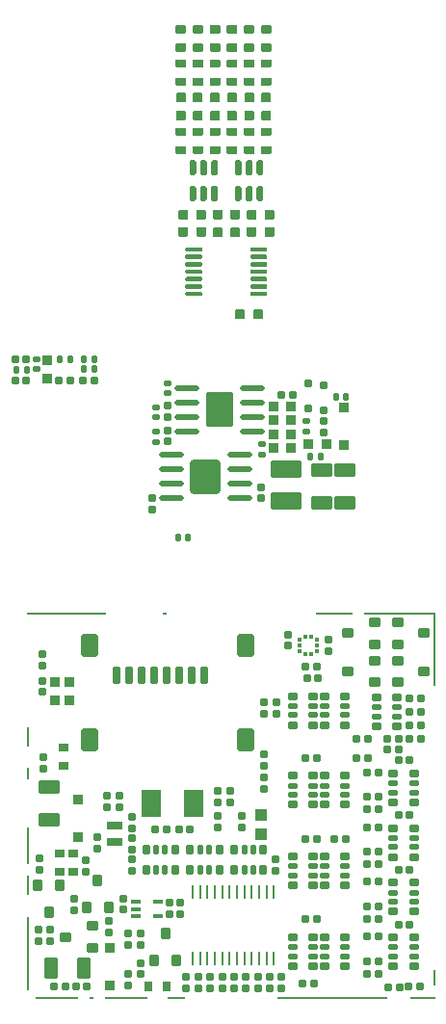
<source format=gbp>
G75*
G70*
%OFA0B0*%
%FSLAX25Y25*%
%IPPOS*%
%LPD*%
%AMOC8*
5,1,8,0,0,1.08239X$1,22.5*
%
%AMM100*
21,1,0.033470,0.026770,-0.000000,0.000000,90.000000*
21,1,0.026770,0.033470,-0.000000,0.000000,90.000000*
1,1,0.006690,0.013390,0.013390*
1,1,0.006690,0.013390,-0.013390*
1,1,0.006690,-0.013390,-0.013390*
1,1,0.006690,-0.013390,0.013390*
%
%AMM139*
21,1,0.019680,0.019680,-0.000000,-0.000000,180.000000*
21,1,0.015750,0.023620,-0.000000,-0.000000,180.000000*
1,1,0.003940,-0.007870,0.009840*
1,1,0.003940,0.007870,0.009840*
1,1,0.003940,0.007870,-0.009840*
1,1,0.003940,-0.007870,-0.009840*
%
%AMM140*
21,1,0.019680,0.019680,-0.000000,-0.000000,90.000000*
21,1,0.015750,0.023620,-0.000000,-0.000000,90.000000*
1,1,0.003940,0.009840,0.007870*
1,1,0.003940,0.009840,-0.007870*
1,1,0.003940,-0.009840,-0.007870*
1,1,0.003940,-0.009840,0.007870*
%
%AMM155*
21,1,0.033470,0.026770,-0.000000,-0.000000,90.000000*
21,1,0.026770,0.033470,-0.000000,-0.000000,90.000000*
1,1,0.006690,0.013390,0.013390*
1,1,0.006690,0.013390,-0.013390*
1,1,0.006690,-0.013390,-0.013390*
1,1,0.006690,-0.013390,0.013390*
%
%AMM156*
21,1,0.023620,0.018900,-0.000000,-0.000000,0.000000*
21,1,0.018900,0.023620,-0.000000,-0.000000,0.000000*
1,1,0.004720,0.009450,-0.009450*
1,1,0.004720,-0.009450,-0.009450*
1,1,0.004720,-0.009450,0.009450*
1,1,0.004720,0.009450,0.009450*
%
%AMM170*
21,1,0.035830,0.026770,0.000000,-0.000000,270.000000*
21,1,0.029130,0.033470,0.000000,-0.000000,270.000000*
1,1,0.006690,-0.013390,-0.014570*
1,1,0.006690,-0.013390,0.014570*
1,1,0.006690,0.013390,0.014570*
1,1,0.006690,0.013390,-0.014570*
%
%AMM171*
21,1,0.070870,0.036220,0.000000,-0.000000,0.000000*
21,1,0.061810,0.045280,0.000000,-0.000000,0.000000*
1,1,0.009060,0.030910,-0.018110*
1,1,0.009060,-0.030910,-0.018110*
1,1,0.009060,-0.030910,0.018110*
1,1,0.009060,0.030910,0.018110*
%
%AMM174*
21,1,0.023620,0.018900,0.000000,-0.000000,0.000000*
21,1,0.018900,0.023620,0.000000,-0.000000,0.000000*
1,1,0.004720,0.009450,-0.009450*
1,1,0.004720,-0.009450,-0.009450*
1,1,0.004720,-0.009450,0.009450*
1,1,0.004720,0.009450,0.009450*
%
%AMM175*
21,1,0.019680,0.019680,0.000000,-0.000000,270.000000*
21,1,0.015750,0.023620,0.000000,-0.000000,270.000000*
1,1,0.003940,-0.009840,-0.007870*
1,1,0.003940,-0.009840,0.007870*
1,1,0.003940,0.009840,0.007870*
1,1,0.003940,0.009840,-0.007870*
%
%AMM176*
21,1,0.019680,0.019680,0.000000,-0.000000,180.000000*
21,1,0.015750,0.023620,0.000000,-0.000000,180.000000*
1,1,0.003940,-0.007870,0.009840*
1,1,0.003940,0.007870,0.009840*
1,1,0.003940,0.007870,-0.009840*
1,1,0.003940,-0.007870,-0.009840*
%
%AMM190*
21,1,0.106300,0.050390,0.000000,-0.000000,0.000000*
21,1,0.093700,0.062990,0.000000,-0.000000,0.000000*
1,1,0.012600,0.046850,-0.025200*
1,1,0.012600,-0.046850,-0.025200*
1,1,0.012600,-0.046850,0.025200*
1,1,0.012600,0.046850,0.025200*
%
%AMM191*
21,1,0.033470,0.026770,0.000000,-0.000000,180.000000*
21,1,0.026770,0.033470,0.000000,-0.000000,180.000000*
1,1,0.006690,-0.013390,0.013390*
1,1,0.006690,0.013390,0.013390*
1,1,0.006690,0.013390,-0.013390*
1,1,0.006690,-0.013390,-0.013390*
%
%AMM192*
21,1,0.023620,0.018900,0.000000,-0.000000,90.000000*
21,1,0.018900,0.023620,0.000000,-0.000000,90.000000*
1,1,0.004720,0.009450,0.009450*
1,1,0.004720,0.009450,-0.009450*
1,1,0.004720,-0.009450,-0.009450*
1,1,0.004720,-0.009450,0.009450*
%
%AMM193*
21,1,0.122050,0.075590,0.000000,-0.000000,90.000000*
21,1,0.103150,0.094490,0.000000,-0.000000,90.000000*
1,1,0.018900,0.037800,0.051580*
1,1,0.018900,0.037800,-0.051580*
1,1,0.018900,-0.037800,-0.051580*
1,1,0.018900,-0.037800,0.051580*
%
%AMM194*
21,1,0.118110,0.083460,0.000000,-0.000000,270.000000*
21,1,0.097240,0.104330,0.000000,-0.000000,270.000000*
1,1,0.020870,-0.041730,-0.048620*
1,1,0.020870,-0.041730,0.048620*
1,1,0.020870,0.041730,0.048620*
1,1,0.020870,0.041730,-0.048620*
%
%AMM202*
21,1,0.027560,0.018900,-0.000000,0.000000,180.000000*
21,1,0.022840,0.023620,-0.000000,0.000000,180.000000*
1,1,0.004720,-0.011420,0.009450*
1,1,0.004720,0.011420,0.009450*
1,1,0.004720,0.011420,-0.009450*
1,1,0.004720,-0.011420,-0.009450*
%
%AMM203*
21,1,0.025590,0.026380,-0.000000,0.000000,0.000000*
21,1,0.020470,0.031500,-0.000000,0.000000,0.000000*
1,1,0.005120,0.010240,-0.013190*
1,1,0.005120,-0.010240,-0.013190*
1,1,0.005120,-0.010240,0.013190*
1,1,0.005120,0.010240,0.013190*
%
%AMM204*
21,1,0.017720,0.027950,-0.000000,0.000000,0.000000*
21,1,0.014170,0.031500,-0.000000,0.000000,0.000000*
1,1,0.003540,0.007090,-0.013980*
1,1,0.003540,-0.007090,-0.013980*
1,1,0.003540,-0.007090,0.013980*
1,1,0.003540,0.007090,0.013980*
%
%AMM205*
21,1,0.027560,0.030710,-0.000000,0.000000,90.000000*
21,1,0.022050,0.036220,-0.000000,0.000000,90.000000*
1,1,0.005510,0.015350,0.011020*
1,1,0.005510,0.015350,-0.011020*
1,1,0.005510,-0.015350,-0.011020*
1,1,0.005510,-0.015350,0.011020*
%
%AMM206*
21,1,0.027560,0.018900,-0.000000,0.000000,270.000000*
21,1,0.022840,0.023620,-0.000000,0.000000,270.000000*
1,1,0.004720,-0.009450,-0.011420*
1,1,0.004720,-0.009450,0.011420*
1,1,0.004720,0.009450,0.011420*
1,1,0.004720,0.009450,-0.011420*
%
%AMM211*
21,1,0.035430,0.030320,-0.000000,0.000000,0.000000*
21,1,0.028350,0.037400,-0.000000,0.000000,0.000000*
1,1,0.007090,0.014170,-0.015160*
1,1,0.007090,-0.014170,-0.015160*
1,1,0.007090,-0.014170,0.015160*
1,1,0.007090,0.014170,0.015160*
%
%AMM232*
21,1,0.027560,0.049610,-0.000000,0.000000,90.000000*
21,1,0.022050,0.055120,-0.000000,0.000000,90.000000*
1,1,0.005510,0.024800,0.011020*
1,1,0.005510,0.024800,-0.011020*
1,1,0.005510,-0.024800,-0.011020*
1,1,0.005510,-0.024800,0.011020*
%
%AMM233*
21,1,0.070870,0.036220,-0.000000,0.000000,90.000000*
21,1,0.061810,0.045280,-0.000000,0.000000,90.000000*
1,1,0.009060,0.018110,0.030910*
1,1,0.009060,0.018110,-0.030910*
1,1,0.009060,-0.018110,-0.030910*
1,1,0.009060,-0.018110,0.030910*
%
%AMM234*
21,1,0.059060,0.020470,-0.000000,0.000000,270.000000*
21,1,0.053940,0.025590,-0.000000,0.000000,270.000000*
1,1,0.005120,-0.010240,-0.026970*
1,1,0.005120,-0.010240,0.026970*
1,1,0.005120,0.010240,0.026970*
1,1,0.005120,0.010240,-0.026970*
%
%AMM235*
21,1,0.078740,0.045670,-0.000000,0.000000,270.000000*
21,1,0.067320,0.057090,-0.000000,0.000000,270.000000*
1,1,0.011420,-0.022840,-0.033660*
1,1,0.011420,-0.022840,0.033660*
1,1,0.011420,0.022840,0.033660*
1,1,0.011420,0.022840,-0.033660*
%
%AMM236*
21,1,0.025590,0.026380,-0.000000,0.000000,270.000000*
21,1,0.020470,0.031500,-0.000000,0.000000,270.000000*
1,1,0.005120,-0.013190,-0.010240*
1,1,0.005120,-0.013190,0.010240*
1,1,0.005120,0.013190,0.010240*
1,1,0.005120,0.013190,-0.010240*
%
%AMM237*
21,1,0.017720,0.027950,-0.000000,0.000000,270.000000*
21,1,0.014170,0.031500,-0.000000,0.000000,270.000000*
1,1,0.003540,-0.013980,-0.007090*
1,1,0.003540,-0.013980,0.007090*
1,1,0.003540,0.013980,0.007090*
1,1,0.003540,0.013980,-0.007090*
%
%AMM238*
21,1,0.027560,0.030710,-0.000000,0.000000,180.000000*
21,1,0.022050,0.036220,-0.000000,0.000000,180.000000*
1,1,0.005510,-0.011020,0.015350*
1,1,0.005510,0.011020,0.015350*
1,1,0.005510,0.011020,-0.015350*
1,1,0.005510,-0.011020,-0.015350*
%
%AMM239*
21,1,0.035430,0.030320,-0.000000,0.000000,90.000000*
21,1,0.028350,0.037400,-0.000000,0.000000,90.000000*
1,1,0.007090,0.015160,0.014170*
1,1,0.007090,0.015160,-0.014170*
1,1,0.007090,-0.015160,-0.014170*
1,1,0.007090,-0.015160,0.014170*
%
%AMM240*
21,1,0.012600,0.028980,-0.000000,0.000000,270.000000*
21,1,0.010080,0.031500,-0.000000,0.000000,270.000000*
1,1,0.002520,-0.014490,-0.005040*
1,1,0.002520,-0.014490,0.005040*
1,1,0.002520,0.014490,0.005040*
1,1,0.002520,0.014490,-0.005040*
%
%AMM98*
21,1,0.035830,0.026770,-0.000000,0.000000,90.000000*
21,1,0.029130,0.033470,-0.000000,0.000000,90.000000*
1,1,0.006690,0.013390,0.014570*
1,1,0.006690,0.013390,-0.014570*
1,1,0.006690,-0.013390,-0.014570*
1,1,0.006690,-0.013390,0.014570*
%
%AMM99*
21,1,0.070870,0.036220,-0.000000,0.000000,180.000000*
21,1,0.061810,0.045280,-0.000000,0.000000,180.000000*
1,1,0.009060,-0.030910,0.018110*
1,1,0.009060,0.030910,0.018110*
1,1,0.009060,0.030910,-0.018110*
1,1,0.009060,-0.030910,-0.018110*
%
%ADD214R,0.01378X0.01476*%
%ADD215R,0.01476X0.01378*%
%ADD255M98*%
%ADD256M99*%
%ADD257M100*%
%ADD279O,0.08661X0.01968*%
%ADD29R,0.09055X0.00787*%
%ADD299M139*%
%ADD30R,0.14567X0.00787*%
%ADD300M140*%
%ADD31R,0.01575X0.00787*%
%ADD315M155*%
%ADD316M156*%
%ADD32R,0.06299X0.00787*%
%ADD33R,0.38189X0.00787*%
%ADD330M170*%
%ADD331M171*%
%ADD334M174*%
%ADD335M175*%
%ADD336M176*%
%ADD34R,0.00787X0.05512*%
%ADD35R,0.00787X0.25197*%
%ADD350M190*%
%ADD351M191*%
%ADD352M192*%
%ADD353M193*%
%ADD354M194*%
%ADD36R,0.00787X0.06693*%
%ADD365M202*%
%ADD366M203*%
%ADD367M204*%
%ADD368M205*%
%ADD369M206*%
%ADD37R,0.00787X0.12992*%
%ADD375M211*%
%ADD38R,0.00787X0.03937*%
%ADD39R,0.00787X0.07087*%
%ADD398R,0.06693X0.09449*%
%ADD399M232*%
%ADD40R,0.27559X0.00787*%
%ADD400M233*%
%ADD401M234*%
%ADD402M235*%
%ADD403M236*%
%ADD404M237*%
%ADD405M238*%
%ADD406O,0.00984X0.04961*%
%ADD407M239*%
%ADD408M240*%
%ADD409R,0.04331X0.03937*%
%ADD41R,0.12992X0.00787*%
%ADD42R,0.24803X0.00787*%
X0000000Y0000000D02*
%LPD*%
G01*
D29*
X0239272Y0020177D03*
D30*
X0112500Y0020177D03*
D31*
X0124508Y0020177D03*
D30*
X0136516Y0020177D03*
D32*
X0154035Y0020177D03*
D33*
X0207776Y0020177D03*
D34*
X0243406Y0027264D03*
D35*
X0102461Y0035531D03*
D36*
X0102461Y0059350D03*
D37*
X0102461Y0073130D03*
D38*
X0102461Y0098130D03*
D39*
X0102461Y0110728D03*
D35*
X0243406Y0141043D03*
D40*
X0115846Y0153248D03*
D31*
X0150098Y0153248D03*
D41*
X0208563Y0153248D03*
D42*
X0231398Y0153248D03*
G36*
G01*
X0171693Y0345079D02*
X0174764Y0345079D01*
G75*
G02*
X0175039Y0344803I0000000J-000276D01*
G01*
X0175039Y0342598D01*
G75*
G02*
X0174764Y0342323I-000276J0000000D01*
G01*
X0171693Y0342323D01*
G75*
G02*
X0171417Y0342598I0000000J0000276D01*
G01*
X0171417Y0344803D01*
G75*
G02*
X0171693Y0345079I0000276J0000000D01*
G01*
G37*
G36*
G01*
X0171693Y0338780D02*
X0174764Y0338780D01*
G75*
G02*
X0175039Y0338504I0000000J-000276D01*
G01*
X0175039Y0336299D01*
G75*
G02*
X0174764Y0336024I-000276J0000000D01*
G01*
X0171693Y0336024D01*
G75*
G02*
X0171417Y0336299I0000000J0000276D01*
G01*
X0171417Y0338504D01*
G75*
G02*
X0171693Y0338780I0000276J0000000D01*
G01*
G37*
G36*
G01*
X0154173Y0333524D02*
X0156850Y0333524D01*
G75*
G02*
X0157185Y0333189I0000000J-000335D01*
G01*
X0157185Y0330512D01*
G75*
G02*
X0156850Y0330177I-000335J0000000D01*
G01*
X0154173Y0330177D01*
G75*
G02*
X0153839Y0330512I0000000J0000335D01*
G01*
X0153839Y0333189D01*
G75*
G02*
X0154173Y0333524I0000335J0000000D01*
G01*
G37*
G36*
G01*
X0154173Y0327303D02*
X0156850Y0327303D01*
G75*
G02*
X0157185Y0326968I0000000J-000335D01*
G01*
X0157185Y0324291D01*
G75*
G02*
X0156850Y0323957I-000335J0000000D01*
G01*
X0154173Y0323957D01*
G75*
G02*
X0153839Y0324291I0000000J0000335D01*
G01*
X0153839Y0326968D01*
G75*
G02*
X0154173Y0327303I0000335J0000000D01*
G01*
G37*
G36*
G01*
X0165984Y0333524D02*
X0168661Y0333524D01*
G75*
G02*
X0168996Y0333189I0000000J-000335D01*
G01*
X0168996Y0330512D01*
G75*
G02*
X0168661Y0330177I-000335J0000000D01*
G01*
X0165984Y0330177D01*
G75*
G02*
X0165650Y0330512I0000000J0000335D01*
G01*
X0165650Y0333189D01*
G75*
G02*
X0165984Y0333524I0000335J0000000D01*
G01*
G37*
G36*
G01*
X0165984Y0327303D02*
X0168661Y0327303D01*
G75*
G02*
X0168996Y0326968I0000000J-000335D01*
G01*
X0168996Y0324291D01*
G75*
G02*
X0168661Y0323957I-000335J0000000D01*
G01*
X0165984Y0323957D01*
G75*
G02*
X0165650Y0324291I0000000J0000335D01*
G01*
X0165650Y0326968D01*
G75*
G02*
X0165984Y0327303I0000335J0000000D01*
G01*
G37*
G36*
G01*
X0174764Y0312402D02*
X0171693Y0312402D01*
G75*
G02*
X0171417Y0312677I0000000J0000276D01*
G01*
X0171417Y0314882D01*
G75*
G02*
X0171693Y0315157I0000276J0000000D01*
G01*
X0174764Y0315157D01*
G75*
G02*
X0175039Y0314882I0000000J-000276D01*
G01*
X0175039Y0312677D01*
G75*
G02*
X0174764Y0312402I-000276J0000000D01*
G01*
G37*
G36*
G01*
X0174764Y0318701D02*
X0171693Y0318701D01*
G75*
G02*
X0171417Y0318976I0000000J0000276D01*
G01*
X0171417Y0321181D01*
G75*
G02*
X0171693Y0321457I0000276J0000000D01*
G01*
X0174764Y0321457D01*
G75*
G02*
X0175039Y0321181I0000000J-000276D01*
G01*
X0175039Y0318976D01*
G75*
G02*
X0174764Y0318701I-000276J0000000D01*
G01*
G37*
G36*
G01*
X0160079Y0333524D02*
X0162756Y0333524D01*
G75*
G02*
X0163091Y0333189I0000000J-000335D01*
G01*
X0163091Y0330512D01*
G75*
G02*
X0162756Y0330177I-000335J0000000D01*
G01*
X0160079Y0330177D01*
G75*
G02*
X0159744Y0330512I0000000J0000335D01*
G01*
X0159744Y0333189D01*
G75*
G02*
X0160079Y0333524I0000335J0000000D01*
G01*
G37*
G36*
G01*
X0160079Y0327303D02*
X0162756Y0327303D01*
G75*
G02*
X0163091Y0326968I0000000J-000335D01*
G01*
X0163091Y0324291D01*
G75*
G02*
X0162756Y0323957I-000335J0000000D01*
G01*
X0160079Y0323957D01*
G75*
G02*
X0159744Y0324291I0000000J0000335D01*
G01*
X0159744Y0326968D01*
G75*
G02*
X0160079Y0327303I0000335J0000000D01*
G01*
G37*
G36*
G01*
X0177598Y0345079D02*
X0180669Y0345079D01*
G75*
G02*
X0180945Y0344803I0000000J-000276D01*
G01*
X0180945Y0342598D01*
G75*
G02*
X0180669Y0342323I-000276J0000000D01*
G01*
X0177598Y0342323D01*
G75*
G02*
X0177323Y0342598I0000000J0000276D01*
G01*
X0177323Y0344803D01*
G75*
G02*
X0177598Y0345079I0000276J0000000D01*
G01*
G37*
G36*
G01*
X0177598Y0338780D02*
X0180669Y0338780D01*
G75*
G02*
X0180945Y0338504I0000000J-000276D01*
G01*
X0180945Y0336299D01*
G75*
G02*
X0180669Y0336024I-000276J0000000D01*
G01*
X0177598Y0336024D01*
G75*
G02*
X0177323Y0336299I0000000J0000276D01*
G01*
X0177323Y0338504D01*
G75*
G02*
X0177598Y0338780I0000276J0000000D01*
G01*
G37*
G36*
G01*
X0157087Y0263583D02*
X0157087Y0264370D01*
G75*
G02*
X0157480Y0264764I0000394J0000000D01*
G01*
X0162500Y0264764D01*
G75*
G02*
X0162894Y0264370I0000000J-000394D01*
G01*
X0162894Y0263583D01*
G75*
G02*
X0162500Y0263189I-000394J0000000D01*
G01*
X0157480Y0263189D01*
G75*
G02*
X0157087Y0263583I0000000J0000394D01*
G01*
G37*
G36*
G01*
X0157087Y0266142D02*
X0157087Y0266929D01*
G75*
G02*
X0157480Y0267323I0000394J0000000D01*
G01*
X0162500Y0267323D01*
G75*
G02*
X0162894Y0266929I0000000J-000394D01*
G01*
X0162894Y0266142D01*
G75*
G02*
X0162500Y0265748I-000394J0000000D01*
G01*
X0157480Y0265748D01*
G75*
G02*
X0157087Y0266142I0000000J0000394D01*
G01*
G37*
G36*
G01*
X0157087Y0268701D02*
X0157087Y0269488D01*
G75*
G02*
X0157480Y0269882I0000394J0000000D01*
G01*
X0162500Y0269882D01*
G75*
G02*
X0162894Y0269488I0000000J-000394D01*
G01*
X0162894Y0268701D01*
G75*
G02*
X0162500Y0268307I-000394J0000000D01*
G01*
X0157480Y0268307D01*
G75*
G02*
X0157087Y0268701I0000000J0000394D01*
G01*
G37*
G36*
G01*
X0157087Y0271260D02*
X0157087Y0272047D01*
G75*
G02*
X0157480Y0272441I0000394J0000000D01*
G01*
X0162500Y0272441D01*
G75*
G02*
X0162894Y0272047I0000000J-000394D01*
G01*
X0162894Y0271260D01*
G75*
G02*
X0162500Y0270866I-000394J0000000D01*
G01*
X0157480Y0270866D01*
G75*
G02*
X0157087Y0271260I0000000J0000394D01*
G01*
G37*
G36*
G01*
X0157087Y0273819D02*
X0157087Y0274606D01*
G75*
G02*
X0157480Y0275000I0000394J0000000D01*
G01*
X0162500Y0275000D01*
G75*
G02*
X0162894Y0274606I0000000J-000394D01*
G01*
X0162894Y0273819D01*
G75*
G02*
X0162500Y0273425I-000394J0000000D01*
G01*
X0157480Y0273425D01*
G75*
G02*
X0157087Y0273819I0000000J0000394D01*
G01*
G37*
G36*
G01*
X0157087Y0276378D02*
X0157087Y0277165D01*
G75*
G02*
X0157480Y0277559I0000394J0000000D01*
G01*
X0162500Y0277559D01*
G75*
G02*
X0162894Y0277165I0000000J-000394D01*
G01*
X0162894Y0276378D01*
G75*
G02*
X0162500Y0275984I-000394J0000000D01*
G01*
X0157480Y0275984D01*
G75*
G02*
X0157087Y0276378I0000000J0000394D01*
G01*
G37*
G36*
G01*
X0157087Y0278937D02*
X0157087Y0279724D01*
G75*
G02*
X0157480Y0280118I0000394J0000000D01*
G01*
X0162500Y0280118D01*
G75*
G02*
X0162894Y0279724I0000000J-000394D01*
G01*
X0162894Y0278937D01*
G75*
G02*
X0162500Y0278543I-000394J0000000D01*
G01*
X0157480Y0278543D01*
G75*
G02*
X0157087Y0278937I0000000J0000394D01*
G01*
G37*
G36*
G01*
X0179626Y0278937D02*
X0179626Y0279724D01*
G75*
G02*
X0180020Y0280118I0000394J0000000D01*
G01*
X0185039Y0280118D01*
G75*
G02*
X0185433Y0279724I0000000J-000394D01*
G01*
X0185433Y0278937D01*
G75*
G02*
X0185039Y0278543I-000394J0000000D01*
G01*
X0180020Y0278543D01*
G75*
G02*
X0179626Y0278937I0000000J0000394D01*
G01*
G37*
G36*
G01*
X0179626Y0276378D02*
X0179626Y0277165D01*
G75*
G02*
X0180020Y0277559I0000394J0000000D01*
G01*
X0185039Y0277559D01*
G75*
G02*
X0185433Y0277165I0000000J-000394D01*
G01*
X0185433Y0276378D01*
G75*
G02*
X0185039Y0275984I-000394J0000000D01*
G01*
X0180020Y0275984D01*
G75*
G02*
X0179626Y0276378I0000000J0000394D01*
G01*
G37*
G36*
G01*
X0179626Y0273819D02*
X0179626Y0274606D01*
G75*
G02*
X0180020Y0275000I0000394J0000000D01*
G01*
X0185039Y0275000D01*
G75*
G02*
X0185433Y0274606I0000000J-000394D01*
G01*
X0185433Y0273819D01*
G75*
G02*
X0185039Y0273425I-000394J0000000D01*
G01*
X0180020Y0273425D01*
G75*
G02*
X0179626Y0273819I0000000J0000394D01*
G01*
G37*
G36*
G01*
X0179626Y0271260D02*
X0179626Y0272047D01*
G75*
G02*
X0180020Y0272441I0000394J0000000D01*
G01*
X0185039Y0272441D01*
G75*
G02*
X0185433Y0272047I0000000J-000394D01*
G01*
X0185433Y0271260D01*
G75*
G02*
X0185039Y0270866I-000394J0000000D01*
G01*
X0180020Y0270866D01*
G75*
G02*
X0179626Y0271260I0000000J0000394D01*
G01*
G37*
G36*
G01*
X0179626Y0268701D02*
X0179626Y0269488D01*
G75*
G02*
X0180020Y0269882I0000394J0000000D01*
G01*
X0185039Y0269882D01*
G75*
G02*
X0185433Y0269488I0000000J-000394D01*
G01*
X0185433Y0268701D01*
G75*
G02*
X0185039Y0268307I-000394J0000000D01*
G01*
X0180020Y0268307D01*
G75*
G02*
X0179626Y0268701I0000000J0000394D01*
G01*
G37*
G36*
G01*
X0179626Y0266142D02*
X0179626Y0266929D01*
G75*
G02*
X0180020Y0267323I0000394J0000000D01*
G01*
X0185039Y0267323D01*
G75*
G02*
X0185433Y0266929I0000000J-000394D01*
G01*
X0185433Y0266142D01*
G75*
G02*
X0185039Y0265748I-000394J0000000D01*
G01*
X0180020Y0265748D01*
G75*
G02*
X0179626Y0266142I0000000J0000394D01*
G01*
G37*
G36*
G01*
X0179626Y0263583D02*
X0179626Y0264370D01*
G75*
G02*
X0180020Y0264764I0000394J0000000D01*
G01*
X0185039Y0264764D01*
G75*
G02*
X0185433Y0264370I0000000J-000394D01*
G01*
X0185433Y0263583D01*
G75*
G02*
X0185039Y0263189I-000394J0000000D01*
G01*
X0180020Y0263189D01*
G75*
G02*
X0179626Y0263583I0000000J0000394D01*
G01*
G37*
G36*
G01*
X0175551Y0283602D02*
X0172874Y0283602D01*
G75*
G02*
X0172539Y0283937I0000000J0000335D01*
G01*
X0172539Y0286614D01*
G75*
G02*
X0172874Y0286949I0000335J0000000D01*
G01*
X0175551Y0286949D01*
G75*
G02*
X0175886Y0286614I0000000J-000335D01*
G01*
X0175886Y0283937D01*
G75*
G02*
X0175551Y0283602I-000335J0000000D01*
G01*
G37*
G36*
G01*
X0175551Y0289823D02*
X0172874Y0289823D01*
G75*
G02*
X0172539Y0290157I0000000J0000335D01*
G01*
X0172539Y0292835D01*
G75*
G02*
X0172874Y0293169I0000335J0000000D01*
G01*
X0175551Y0293169D01*
G75*
G02*
X0175886Y0292835I0000000J-000335D01*
G01*
X0175886Y0290157D01*
G75*
G02*
X0175551Y0289823I-000335J0000000D01*
G01*
G37*
G36*
G01*
X0162953Y0312402D02*
X0159882Y0312402D01*
G75*
G02*
X0159606Y0312677I0000000J0000276D01*
G01*
X0159606Y0314882D01*
G75*
G02*
X0159882Y0315157I0000276J0000000D01*
G01*
X0162953Y0315157D01*
G75*
G02*
X0163228Y0314882I0000000J-000276D01*
G01*
X0163228Y0312677D01*
G75*
G02*
X0162953Y0312402I-000276J0000000D01*
G01*
G37*
G36*
G01*
X0162953Y0318701D02*
X0159882Y0318701D01*
G75*
G02*
X0159606Y0318976I0000000J0000276D01*
G01*
X0159606Y0321181D01*
G75*
G02*
X0159882Y0321457I0000276J0000000D01*
G01*
X0162953Y0321457D01*
G75*
G02*
X0163228Y0321181I0000000J-000276D01*
G01*
X0163228Y0318976D01*
G75*
G02*
X0162953Y0318701I-000276J0000000D01*
G01*
G37*
G36*
G01*
X0157047Y0312402D02*
X0153976Y0312402D01*
G75*
G02*
X0153701Y0312677I0000000J0000276D01*
G01*
X0153701Y0314882D01*
G75*
G02*
X0153976Y0315157I0000276J0000000D01*
G01*
X0157047Y0315157D01*
G75*
G02*
X0157323Y0314882I0000000J-000276D01*
G01*
X0157323Y0312677D01*
G75*
G02*
X0157047Y0312402I-000276J0000000D01*
G01*
G37*
G36*
G01*
X0157047Y0318701D02*
X0153976Y0318701D01*
G75*
G02*
X0153701Y0318976I0000000J0000276D01*
G01*
X0153701Y0321181D01*
G75*
G02*
X0153976Y0321457I0000276J0000000D01*
G01*
X0157047Y0321457D01*
G75*
G02*
X0157323Y0321181I0000000J-000276D01*
G01*
X0157323Y0318976D01*
G75*
G02*
X0157047Y0318701I-000276J0000000D01*
G01*
G37*
G36*
G01*
X0180669Y0312402D02*
X0177598Y0312402D01*
G75*
G02*
X0177323Y0312677I0000000J0000276D01*
G01*
X0177323Y0314882D01*
G75*
G02*
X0177598Y0315157I0000276J0000000D01*
G01*
X0180669Y0315157D01*
G75*
G02*
X0180945Y0314882I0000000J-000276D01*
G01*
X0180945Y0312677D01*
G75*
G02*
X0180669Y0312402I-000276J0000000D01*
G01*
G37*
G36*
G01*
X0180669Y0318701D02*
X0177598Y0318701D01*
G75*
G02*
X0177323Y0318976I0000000J0000276D01*
G01*
X0177323Y0321181D01*
G75*
G02*
X0177598Y0321457I0000276J0000000D01*
G01*
X0180669Y0321457D01*
G75*
G02*
X0180945Y0321181I0000000J-000276D01*
G01*
X0180945Y0318976D01*
G75*
G02*
X0180669Y0318701I-000276J0000000D01*
G01*
G37*
G36*
G01*
X0171890Y0333524D02*
X0174567Y0333524D01*
G75*
G02*
X0174902Y0333189I0000000J-000335D01*
G01*
X0174902Y0330512D01*
G75*
G02*
X0174567Y0330177I-000335J0000000D01*
G01*
X0171890Y0330177D01*
G75*
G02*
X0171555Y0330512I0000000J0000335D01*
G01*
X0171555Y0333189D01*
G75*
G02*
X0171890Y0333524I0000335J0000000D01*
G01*
G37*
G36*
G01*
X0171890Y0327303D02*
X0174567Y0327303D01*
G75*
G02*
X0174902Y0326968I0000000J-000335D01*
G01*
X0174902Y0324291D01*
G75*
G02*
X0174567Y0323957I-000335J0000000D01*
G01*
X0171890Y0323957D01*
G75*
G02*
X0171555Y0324291I0000000J0000335D01*
G01*
X0171555Y0326968D01*
G75*
G02*
X0171890Y0327303I0000335J0000000D01*
G01*
G37*
G36*
G01*
X0183465Y0296063D02*
X0182283Y0296063D01*
G75*
G02*
X0181693Y0296654I0000000J0000591D01*
G01*
X0181693Y0300689D01*
G75*
G02*
X0182283Y0301280I0000591J0000000D01*
G01*
X0183465Y0301280D01*
G75*
G02*
X0184055Y0300689I0000000J-000591D01*
G01*
X0184055Y0296654D01*
G75*
G02*
X0183465Y0296063I-000591J0000000D01*
G01*
G37*
G36*
G01*
X0179724Y0296063D02*
X0178543Y0296063D01*
G75*
G02*
X0177953Y0296654I0000000J0000591D01*
G01*
X0177953Y0300689D01*
G75*
G02*
X0178543Y0301280I0000591J0000000D01*
G01*
X0179724Y0301280D01*
G75*
G02*
X0180315Y0300689I0000000J-000591D01*
G01*
X0180315Y0296654D01*
G75*
G02*
X0179724Y0296063I-000591J0000000D01*
G01*
G37*
G36*
G01*
X0175984Y0296063D02*
X0174803Y0296063D01*
G75*
G02*
X0174213Y0296654I0000000J0000591D01*
G01*
X0174213Y0300689D01*
G75*
G02*
X0174803Y0301280I0000591J0000000D01*
G01*
X0175984Y0301280D01*
G75*
G02*
X0176575Y0300689I0000000J-000591D01*
G01*
X0176575Y0296654D01*
G75*
G02*
X0175984Y0296063I-000591J0000000D01*
G01*
G37*
G36*
G01*
X0175984Y0305020D02*
X0174803Y0305020D01*
G75*
G02*
X0174213Y0305610I0000000J0000591D01*
G01*
X0174213Y0309646D01*
G75*
G02*
X0174803Y0310236I0000591J0000000D01*
G01*
X0175984Y0310236D01*
G75*
G02*
X0176575Y0309646I0000000J-000591D01*
G01*
X0176575Y0305610D01*
G75*
G02*
X0175984Y0305020I-000591J0000000D01*
G01*
G37*
G36*
G01*
X0179724Y0305020D02*
X0178543Y0305020D01*
G75*
G02*
X0177953Y0305610I0000000J0000591D01*
G01*
X0177953Y0309646D01*
G75*
G02*
X0178543Y0310236I0000591J0000000D01*
G01*
X0179724Y0310236D01*
G75*
G02*
X0180315Y0309646I0000000J-000591D01*
G01*
X0180315Y0305610D01*
G75*
G02*
X0179724Y0305020I-000591J0000000D01*
G01*
G37*
G36*
G01*
X0183465Y0305020D02*
X0182283Y0305020D01*
G75*
G02*
X0181693Y0305610I0000000J0000591D01*
G01*
X0181693Y0309646D01*
G75*
G02*
X0182283Y0310236I0000591J0000000D01*
G01*
X0183465Y0310236D01*
G75*
G02*
X0184055Y0309646I0000000J-000591D01*
G01*
X0184055Y0305610D01*
G75*
G02*
X0183465Y0305020I-000591J0000000D01*
G01*
G37*
G36*
G01*
X0164232Y0286772D02*
X0164232Y0284094D01*
G75*
G02*
X0163898Y0283760I-000335J0000000D01*
G01*
X0161220Y0283760D01*
G75*
G02*
X0160886Y0284094I0000000J0000335D01*
G01*
X0160886Y0286772D01*
G75*
G02*
X0161220Y0287106I0000335J0000000D01*
G01*
X0163898Y0287106D01*
G75*
G02*
X0164232Y0286772I0000000J-000335D01*
G01*
G37*
G36*
G01*
X0158012Y0286772D02*
X0158012Y0284094D01*
G75*
G02*
X0157677Y0283760I-000335J0000000D01*
G01*
X0155000Y0283760D01*
G75*
G02*
X0154665Y0284094I0000000J0000335D01*
G01*
X0154665Y0286772D01*
G75*
G02*
X0155000Y0287106I0000335J0000000D01*
G01*
X0157677Y0287106D01*
G75*
G02*
X0158012Y0286772I0000000J-000335D01*
G01*
G37*
G36*
G01*
X0153976Y0345079D02*
X0157047Y0345079D01*
G75*
G02*
X0157323Y0344803I0000000J-000276D01*
G01*
X0157323Y0342598D01*
G75*
G02*
X0157047Y0342323I-000276J0000000D01*
G01*
X0153976Y0342323D01*
G75*
G02*
X0153701Y0342598I0000000J0000276D01*
G01*
X0153701Y0344803D01*
G75*
G02*
X0153976Y0345079I0000276J0000000D01*
G01*
G37*
G36*
G01*
X0153976Y0338780D02*
X0157047Y0338780D01*
G75*
G02*
X0157323Y0338504I0000000J-000276D01*
G01*
X0157323Y0336299D01*
G75*
G02*
X0157047Y0336024I-000276J0000000D01*
G01*
X0153976Y0336024D01*
G75*
G02*
X0153701Y0336299I0000000J0000276D01*
G01*
X0153701Y0338504D01*
G75*
G02*
X0153976Y0338780I0000276J0000000D01*
G01*
G37*
G36*
G01*
X0183701Y0333524D02*
X0186378Y0333524D01*
G75*
G02*
X0186713Y0333189I0000000J-000335D01*
G01*
X0186713Y0330512D01*
G75*
G02*
X0186378Y0330177I-000335J0000000D01*
G01*
X0183701Y0330177D01*
G75*
G02*
X0183366Y0330512I0000000J0000335D01*
G01*
X0183366Y0333189D01*
G75*
G02*
X0183701Y0333524I0000335J0000000D01*
G01*
G37*
G36*
G01*
X0183701Y0327303D02*
X0186378Y0327303D01*
G75*
G02*
X0186713Y0326968I0000000J-000335D01*
G01*
X0186713Y0324291D01*
G75*
G02*
X0186378Y0323957I-000335J0000000D01*
G01*
X0183701Y0323957D01*
G75*
G02*
X0183366Y0324291I0000000J0000335D01*
G01*
X0183366Y0326968D01*
G75*
G02*
X0183701Y0327303I0000335J0000000D01*
G01*
G37*
G36*
G01*
X0153980Y0356890D02*
X0157051Y0356890D01*
G75*
G02*
X0157327Y0356614I0000000J-000276D01*
G01*
X0157327Y0354409D01*
G75*
G02*
X0157051Y0354134I-000276J0000000D01*
G01*
X0153980Y0354134D01*
G75*
G02*
X0153705Y0354409I0000000J0000276D01*
G01*
X0153705Y0356614D01*
G75*
G02*
X0153980Y0356890I0000276J0000000D01*
G01*
G37*
G36*
G01*
X0153980Y0350591D02*
X0157051Y0350591D01*
G75*
G02*
X0157327Y0350315I0000000J-000276D01*
G01*
X0157327Y0348110D01*
G75*
G02*
X0157051Y0347835I-000276J0000000D01*
G01*
X0153980Y0347835D01*
G75*
G02*
X0153705Y0348110I0000000J0000276D01*
G01*
X0153705Y0350315D01*
G75*
G02*
X0153980Y0350591I0000276J0000000D01*
G01*
G37*
G36*
G01*
X0174350Y0255551D02*
X0174350Y0258228D01*
G75*
G02*
X0174685Y0258563I0000335J0000000D01*
G01*
X0177362Y0258563D01*
G75*
G02*
X0177697Y0258228I0000000J-000335D01*
G01*
X0177697Y0255551D01*
G75*
G02*
X0177362Y0255217I-000335J0000000D01*
G01*
X0174685Y0255217D01*
G75*
G02*
X0174350Y0255551I0000000J0000335D01*
G01*
G37*
G36*
G01*
X0180571Y0255551D02*
X0180571Y0258228D01*
G75*
G02*
X0180906Y0258563I0000335J0000000D01*
G01*
X0183583Y0258563D01*
G75*
G02*
X0183917Y0258228I0000000J-000335D01*
G01*
X0183917Y0255551D01*
G75*
G02*
X0183583Y0255217I-000335J0000000D01*
G01*
X0180906Y0255217D01*
G75*
G02*
X0180571Y0255551I0000000J0000335D01*
G01*
G37*
G36*
G01*
X0165787Y0345079D02*
X0168858Y0345079D01*
G75*
G02*
X0169134Y0344803I0000000J-000276D01*
G01*
X0169134Y0342598D01*
G75*
G02*
X0168858Y0342323I-000276J0000000D01*
G01*
X0165787Y0342323D01*
G75*
G02*
X0165512Y0342598I0000000J0000276D01*
G01*
X0165512Y0344803D01*
G75*
G02*
X0165787Y0345079I0000276J0000000D01*
G01*
G37*
G36*
G01*
X0165787Y0338780D02*
X0168858Y0338780D01*
G75*
G02*
X0169134Y0338504I0000000J-000276D01*
G01*
X0169134Y0336299D01*
G75*
G02*
X0168858Y0336024I-000276J0000000D01*
G01*
X0165787Y0336024D01*
G75*
G02*
X0165512Y0336299I0000000J0000276D01*
G01*
X0165512Y0338504D01*
G75*
G02*
X0165787Y0338780I0000276J0000000D01*
G01*
G37*
G36*
G01*
X0177795Y0333524D02*
X0180472Y0333524D01*
G75*
G02*
X0180807Y0333189I0000000J-000335D01*
G01*
X0180807Y0330512D01*
G75*
G02*
X0180472Y0330177I-000335J0000000D01*
G01*
X0177795Y0330177D01*
G75*
G02*
X0177461Y0330512I0000000J0000335D01*
G01*
X0177461Y0333189D01*
G75*
G02*
X0177795Y0333524I0000335J0000000D01*
G01*
G37*
G36*
G01*
X0177795Y0327303D02*
X0180472Y0327303D01*
G75*
G02*
X0180807Y0326968I0000000J-000335D01*
G01*
X0180807Y0324291D01*
G75*
G02*
X0180472Y0323957I-000335J0000000D01*
G01*
X0177795Y0323957D01*
G75*
G02*
X0177461Y0324291I0000000J0000335D01*
G01*
X0177461Y0326968D01*
G75*
G02*
X0177795Y0327303I0000335J0000000D01*
G01*
G37*
G36*
G01*
X0159882Y0356890D02*
X0162953Y0356890D01*
G75*
G02*
X0163228Y0356614I0000000J-000276D01*
G01*
X0163228Y0354409D01*
G75*
G02*
X0162953Y0354134I-000276J0000000D01*
G01*
X0159882Y0354134D01*
G75*
G02*
X0159606Y0354409I0000000J0000276D01*
G01*
X0159606Y0356614D01*
G75*
G02*
X0159882Y0356890I0000276J0000000D01*
G01*
G37*
G36*
G01*
X0159882Y0350591D02*
X0162953Y0350591D01*
G75*
G02*
X0163228Y0350315I0000000J-000276D01*
G01*
X0163228Y0348110D01*
G75*
G02*
X0162953Y0347835I-000276J0000000D01*
G01*
X0159882Y0347835D01*
G75*
G02*
X0159606Y0348110I0000000J0000276D01*
G01*
X0159606Y0350315D01*
G75*
G02*
X0159882Y0350591I0000276J0000000D01*
G01*
G37*
G36*
G01*
X0187854Y0292677D02*
X0187854Y0290000D01*
G75*
G02*
X0187520Y0289665I-000335J0000000D01*
G01*
X0184843Y0289665D01*
G75*
G02*
X0184508Y0290000I0000000J0000335D01*
G01*
X0184508Y0292677D01*
G75*
G02*
X0184843Y0293012I0000335J0000000D01*
G01*
X0187520Y0293012D01*
G75*
G02*
X0187854Y0292677I0000000J-000335D01*
G01*
G37*
G36*
G01*
X0181634Y0292677D02*
X0181634Y0290000D01*
G75*
G02*
X0181299Y0289665I-000335J0000000D01*
G01*
X0178622Y0289665D01*
G75*
G02*
X0178287Y0290000I0000000J0000335D01*
G01*
X0178287Y0292677D01*
G75*
G02*
X0178622Y0293012I0000335J0000000D01*
G01*
X0181299Y0293012D01*
G75*
G02*
X0181634Y0292677I0000000J-000335D01*
G01*
G37*
G36*
G01*
X0168858Y0312402D02*
X0165787Y0312402D01*
G75*
G02*
X0165512Y0312677I0000000J0000276D01*
G01*
X0165512Y0314882D01*
G75*
G02*
X0165787Y0315157I0000276J0000000D01*
G01*
X0168858Y0315157D01*
G75*
G02*
X0169134Y0314882I0000000J-000276D01*
G01*
X0169134Y0312677D01*
G75*
G02*
X0168858Y0312402I-000276J0000000D01*
G01*
G37*
G36*
G01*
X0168858Y0318701D02*
X0165787Y0318701D01*
G75*
G02*
X0165512Y0318976I0000000J0000276D01*
G01*
X0165512Y0321181D01*
G75*
G02*
X0165787Y0321457I0000276J0000000D01*
G01*
X0168858Y0321457D01*
G75*
G02*
X0169134Y0321181I0000000J-000276D01*
G01*
X0169134Y0318976D01*
G75*
G02*
X0168858Y0318701I-000276J0000000D01*
G01*
G37*
G36*
G01*
X0178287Y0284094D02*
X0178287Y0286772D01*
G75*
G02*
X0178622Y0287106I0000335J0000000D01*
G01*
X0181299Y0287106D01*
G75*
G02*
X0181634Y0286772I0000000J-000335D01*
G01*
X0181634Y0284094D01*
G75*
G02*
X0181299Y0283760I-000335J0000000D01*
G01*
X0178622Y0283760D01*
G75*
G02*
X0178287Y0284094I0000000J0000335D01*
G01*
G37*
G36*
G01*
X0184508Y0284094D02*
X0184508Y0286772D01*
G75*
G02*
X0184843Y0287106I0000335J0000000D01*
G01*
X0187520Y0287106D01*
G75*
G02*
X0187854Y0286772I0000000J-000335D01*
G01*
X0187854Y0284094D01*
G75*
G02*
X0187520Y0283760I-000335J0000000D01*
G01*
X0184843Y0283760D01*
G75*
G02*
X0184508Y0284094I0000000J0000335D01*
G01*
G37*
G36*
G01*
X0167717Y0296063D02*
X0166535Y0296063D01*
G75*
G02*
X0165945Y0296654I0000000J0000591D01*
G01*
X0165945Y0300689D01*
G75*
G02*
X0166535Y0301280I0000591J0000000D01*
G01*
X0167717Y0301280D01*
G75*
G02*
X0168307Y0300689I0000000J-000591D01*
G01*
X0168307Y0296654D01*
G75*
G02*
X0167717Y0296063I-000591J0000000D01*
G01*
G37*
G36*
G01*
X0163976Y0296063D02*
X0162795Y0296063D01*
G75*
G02*
X0162205Y0296654I0000000J0000591D01*
G01*
X0162205Y0300689D01*
G75*
G02*
X0162795Y0301280I0000591J0000000D01*
G01*
X0163976Y0301280D01*
G75*
G02*
X0164567Y0300689I0000000J-000591D01*
G01*
X0164567Y0296654D01*
G75*
G02*
X0163976Y0296063I-000591J0000000D01*
G01*
G37*
G36*
G01*
X0160236Y0296063D02*
X0159055Y0296063D01*
G75*
G02*
X0158465Y0296654I0000000J0000591D01*
G01*
X0158465Y0300689D01*
G75*
G02*
X0159055Y0301280I0000591J0000000D01*
G01*
X0160236Y0301280D01*
G75*
G02*
X0160827Y0300689I0000000J-000591D01*
G01*
X0160827Y0296654D01*
G75*
G02*
X0160236Y0296063I-000591J0000000D01*
G01*
G37*
G36*
G01*
X0160236Y0305020D02*
X0159055Y0305020D01*
G75*
G02*
X0158465Y0305610I0000000J0000591D01*
G01*
X0158465Y0309646D01*
G75*
G02*
X0159055Y0310236I0000591J0000000D01*
G01*
X0160236Y0310236D01*
G75*
G02*
X0160827Y0309646I0000000J-000591D01*
G01*
X0160827Y0305610D01*
G75*
G02*
X0160236Y0305020I-000591J0000000D01*
G01*
G37*
G36*
G01*
X0163976Y0305020D02*
X0162795Y0305020D01*
G75*
G02*
X0162205Y0305610I0000000J0000591D01*
G01*
X0162205Y0309646D01*
G75*
G02*
X0162795Y0310236I0000591J0000000D01*
G01*
X0163976Y0310236D01*
G75*
G02*
X0164567Y0309646I0000000J-000591D01*
G01*
X0164567Y0305610D01*
G75*
G02*
X0163976Y0305020I-000591J0000000D01*
G01*
G37*
G36*
G01*
X0167717Y0305020D02*
X0166535Y0305020D01*
G75*
G02*
X0165945Y0305610I0000000J0000591D01*
G01*
X0165945Y0309646D01*
G75*
G02*
X0166535Y0310236I0000591J0000000D01*
G01*
X0167717Y0310236D01*
G75*
G02*
X0168307Y0309646I0000000J-000591D01*
G01*
X0168307Y0305610D01*
G75*
G02*
X0167717Y0305020I-000591J0000000D01*
G01*
G37*
G36*
G01*
X0177598Y0356890D02*
X0180669Y0356890D01*
G75*
G02*
X0180945Y0356614I0000000J-000276D01*
G01*
X0180945Y0354409D01*
G75*
G02*
X0180669Y0354134I-000276J0000000D01*
G01*
X0177598Y0354134D01*
G75*
G02*
X0177323Y0354409I0000000J0000276D01*
G01*
X0177323Y0356614D01*
G75*
G02*
X0177598Y0356890I0000276J0000000D01*
G01*
G37*
G36*
G01*
X0177598Y0350591D02*
X0180669Y0350591D01*
G75*
G02*
X0180945Y0350315I0000000J-000276D01*
G01*
X0180945Y0348110D01*
G75*
G02*
X0180669Y0347835I-000276J0000000D01*
G01*
X0177598Y0347835D01*
G75*
G02*
X0177323Y0348110I0000000J0000276D01*
G01*
X0177323Y0350315D01*
G75*
G02*
X0177598Y0350591I0000276J0000000D01*
G01*
G37*
G36*
G01*
X0183504Y0356890D02*
X0186575Y0356890D01*
G75*
G02*
X0186850Y0356614I0000000J-000276D01*
G01*
X0186850Y0354409D01*
G75*
G02*
X0186575Y0354134I-000276J0000000D01*
G01*
X0183504Y0354134D01*
G75*
G02*
X0183228Y0354409I0000000J0000276D01*
G01*
X0183228Y0356614D01*
G75*
G02*
X0183504Y0356890I0000276J0000000D01*
G01*
G37*
G36*
G01*
X0183504Y0350591D02*
X0186575Y0350591D01*
G75*
G02*
X0186850Y0350315I0000000J-000276D01*
G01*
X0186850Y0348110D01*
G75*
G02*
X0186575Y0347835I-000276J0000000D01*
G01*
X0183504Y0347835D01*
G75*
G02*
X0183228Y0348110I0000000J0000276D01*
G01*
X0183228Y0350315D01*
G75*
G02*
X0183504Y0350591I0000276J0000000D01*
G01*
G37*
G36*
G01*
X0159882Y0345079D02*
X0162953Y0345079D01*
G75*
G02*
X0163228Y0344803I0000000J-000276D01*
G01*
X0163228Y0342598D01*
G75*
G02*
X0162953Y0342323I-000276J0000000D01*
G01*
X0159882Y0342323D01*
G75*
G02*
X0159606Y0342598I0000000J0000276D01*
G01*
X0159606Y0344803D01*
G75*
G02*
X0159882Y0345079I0000276J0000000D01*
G01*
G37*
G36*
G01*
X0159882Y0338780D02*
X0162953Y0338780D01*
G75*
G02*
X0163228Y0338504I0000000J-000276D01*
G01*
X0163228Y0336299D01*
G75*
G02*
X0162953Y0336024I-000276J0000000D01*
G01*
X0159882Y0336024D01*
G75*
G02*
X0159606Y0336299I0000000J0000276D01*
G01*
X0159606Y0338504D01*
G75*
G02*
X0159882Y0338780I0000276J0000000D01*
G01*
G37*
G36*
G01*
X0186575Y0312402D02*
X0183504Y0312402D01*
G75*
G02*
X0183228Y0312677I0000000J0000276D01*
G01*
X0183228Y0314882D01*
G75*
G02*
X0183504Y0315157I0000276J0000000D01*
G01*
X0186575Y0315157D01*
G75*
G02*
X0186850Y0314882I0000000J-000276D01*
G01*
X0186850Y0312677D01*
G75*
G02*
X0186575Y0312402I-000276J0000000D01*
G01*
G37*
G36*
G01*
X0186575Y0318701D02*
X0183504Y0318701D01*
G75*
G02*
X0183228Y0318976I0000000J0000276D01*
G01*
X0183228Y0321181D01*
G75*
G02*
X0183504Y0321457I0000276J0000000D01*
G01*
X0186575Y0321457D01*
G75*
G02*
X0186850Y0321181I0000000J-000276D01*
G01*
X0186850Y0318976D01*
G75*
G02*
X0186575Y0318701I-000276J0000000D01*
G01*
G37*
G36*
G01*
X0183504Y0345079D02*
X0186575Y0345079D01*
G75*
G02*
X0186850Y0344803I0000000J-000276D01*
G01*
X0186850Y0342598D01*
G75*
G02*
X0186575Y0342323I-000276J0000000D01*
G01*
X0183504Y0342323D01*
G75*
G02*
X0183228Y0342598I0000000J0000276D01*
G01*
X0183228Y0344803D01*
G75*
G02*
X0183504Y0345079I0000276J0000000D01*
G01*
G37*
G36*
G01*
X0183504Y0338780D02*
X0186575Y0338780D01*
G75*
G02*
X0186850Y0338504I0000000J-000276D01*
G01*
X0186850Y0336299D01*
G75*
G02*
X0186575Y0336024I-000276J0000000D01*
G01*
X0183504Y0336024D01*
G75*
G02*
X0183228Y0336299I0000000J0000276D01*
G01*
X0183228Y0338504D01*
G75*
G02*
X0183504Y0338780I0000276J0000000D01*
G01*
G37*
G36*
G01*
X0165787Y0356890D02*
X0168858Y0356890D01*
G75*
G02*
X0169134Y0356614I0000000J-000276D01*
G01*
X0169134Y0354409D01*
G75*
G02*
X0168858Y0354134I-000276J0000000D01*
G01*
X0165787Y0354134D01*
G75*
G02*
X0165512Y0354409I0000000J0000276D01*
G01*
X0165512Y0356614D01*
G75*
G02*
X0165787Y0356890I0000276J0000000D01*
G01*
G37*
G36*
G01*
X0165787Y0350591D02*
X0168858Y0350591D01*
G75*
G02*
X0169134Y0350315I0000000J-000276D01*
G01*
X0169134Y0348110D01*
G75*
G02*
X0168858Y0347835I-000276J0000000D01*
G01*
X0165787Y0347835D01*
G75*
G02*
X0165512Y0348110I0000000J0000276D01*
G01*
X0165512Y0350315D01*
G75*
G02*
X0165787Y0350591I0000276J0000000D01*
G01*
G37*
G36*
G01*
X0169646Y0283602D02*
X0166969Y0283602D01*
G75*
G02*
X0166634Y0283937I0000000J0000335D01*
G01*
X0166634Y0286614D01*
G75*
G02*
X0166969Y0286949I0000335J0000000D01*
G01*
X0169646Y0286949D01*
G75*
G02*
X0169980Y0286614I0000000J-000335D01*
G01*
X0169980Y0283937D01*
G75*
G02*
X0169646Y0283602I-000335J0000000D01*
G01*
G37*
G36*
G01*
X0169646Y0289823D02*
X0166969Y0289823D01*
G75*
G02*
X0166634Y0290157I0000000J0000335D01*
G01*
X0166634Y0292835D01*
G75*
G02*
X0166969Y0293169I0000335J0000000D01*
G01*
X0169646Y0293169D01*
G75*
G02*
X0169980Y0292835I0000000J-000335D01*
G01*
X0169980Y0290157D01*
G75*
G02*
X0169646Y0289823I-000335J0000000D01*
G01*
G37*
G36*
G01*
X0164232Y0292677D02*
X0164232Y0290000D01*
G75*
G02*
X0163898Y0289665I-000335J0000000D01*
G01*
X0161220Y0289665D01*
G75*
G02*
X0160886Y0290000I0000000J0000335D01*
G01*
X0160886Y0292677D01*
G75*
G02*
X0161220Y0293012I0000335J0000000D01*
G01*
X0163898Y0293012D01*
G75*
G02*
X0164232Y0292677I0000000J-000335D01*
G01*
G37*
G36*
G01*
X0158012Y0292677D02*
X0158012Y0290000D01*
G75*
G02*
X0157677Y0289665I-000335J0000000D01*
G01*
X0155000Y0289665D01*
G75*
G02*
X0154665Y0290000I0000000J0000335D01*
G01*
X0154665Y0292677D01*
G75*
G02*
X0155000Y0293012I0000335J0000000D01*
G01*
X0157677Y0293012D01*
G75*
G02*
X0158012Y0292677I0000000J-000335D01*
G01*
G37*
G36*
G01*
X0171693Y0356890D02*
X0174764Y0356890D01*
G75*
G02*
X0175039Y0356614I0000000J-000276D01*
G01*
X0175039Y0354409D01*
G75*
G02*
X0174764Y0354134I-000276J0000000D01*
G01*
X0171693Y0354134D01*
G75*
G02*
X0171417Y0354409I0000000J0000276D01*
G01*
X0171417Y0356614D01*
G75*
G02*
X0171693Y0356890I0000276J0000000D01*
G01*
G37*
G36*
G01*
X0171693Y0350591D02*
X0174764Y0350591D01*
G75*
G02*
X0175039Y0350315I0000000J-000276D01*
G01*
X0175039Y0348110D01*
G75*
G02*
X0174764Y0347835I-000276J0000000D01*
G01*
X0171693Y0347835D01*
G75*
G02*
X0171417Y0348110I0000000J0000276D01*
G01*
X0171417Y0350315D01*
G75*
G02*
X0171693Y0350591I0000276J0000000D01*
G01*
G37*
X0135531Y0241437D02*
G01*
G75*
D330*
X0211909Y0211522D02*
D03*
X0211909Y0224514D02*
D03*
D331*
X0212303Y0191662D02*
D03*
X0212303Y0203079D02*
D03*
X0204271Y0191662D02*
D03*
X0204271Y0203079D02*
D03*
D334*
X0190255Y0229035D02*
D03*
X0194192Y0229035D02*
D03*
X0204822Y0232382D02*
D03*
X0204822Y0223720D02*
D03*
X0199574Y0233169D02*
D03*
X0199574Y0224508D02*
D03*
D335*
X0146948Y0221282D02*
D03*
X0146948Y0224826D02*
D03*
X0183681Y0211891D02*
D03*
X0183681Y0208347D02*
D03*
X0198786Y0219888D02*
D03*
X0198786Y0216345D02*
D03*
X0146948Y0212664D02*
D03*
X0146948Y0216207D02*
D03*
X0150885Y0233169D02*
D03*
X0150885Y0229626D02*
D03*
D336*
X0200361Y0207684D02*
D03*
X0203905Y0207684D02*
D03*
X0212763Y0228451D02*
D03*
X0209219Y0228451D02*
D03*
X0154446Y0179687D02*
D03*
X0157990Y0179687D02*
D03*
D350*
X0191830Y0192224D02*
D03*
X0191830Y0203248D02*
D03*
D351*
X0187507Y0224902D02*
D03*
X0193727Y0224902D02*
D03*
X0187507Y0210808D02*
D03*
X0193727Y0210808D02*
D03*
X0187507Y0215499D02*
D03*
X0193727Y0215499D02*
D03*
X0187507Y0220191D02*
D03*
X0193727Y0220191D02*
D03*
X0199751Y0211989D02*
D03*
X0205972Y0211989D02*
D03*
D352*
X0150885Y0221479D02*
D03*
X0150885Y0225416D02*
D03*
X0150885Y0216798D02*
D03*
X0150885Y0212861D02*
D03*
X0204822Y0220085D02*
D03*
X0204822Y0216148D02*
D03*
X0183208Y0197152D02*
D03*
X0183208Y0193215D02*
D03*
X0145767Y0189376D02*
D03*
X0145767Y0193314D02*
D03*
D279*
X0157645Y0216365D02*
D03*
X0157645Y0221365D02*
D03*
X0157645Y0226365D02*
D03*
X0157645Y0231365D02*
D03*
X0180282Y0216365D02*
D03*
X0180282Y0221365D02*
D03*
X0180282Y0226365D02*
D03*
X0180282Y0231365D02*
D03*
X0152362Y0193298D02*
D03*
X0152362Y0198298D02*
D03*
X0152362Y0203298D02*
D03*
X0152362Y0208298D02*
D03*
X0175787Y0193298D02*
D03*
X0175787Y0198298D02*
D03*
X0175787Y0203298D02*
D03*
X0175787Y0208298D02*
D03*
D353*
X0168963Y0223865D02*
D03*
D354*
X0164074Y0200798D02*
D03*
X0094587Y0222343D02*
%LPD*%
G01*
X0130020Y0244193D02*
G01*
G75*
D316*
X0102067Y0233957D02*
D03*
X0098130Y0233957D02*
D03*
X0113190Y0233957D02*
D03*
X0117127Y0233957D02*
D03*
X0121556Y0233957D02*
D03*
X0125493Y0233957D02*
D03*
X0102067Y0241240D02*
D03*
X0098130Y0241240D02*
D03*
D300*
X0105452Y0241437D02*
D03*
X0105452Y0237894D02*
D03*
D315*
X0109337Y0234724D02*
D03*
X0109337Y0240945D02*
D03*
D299*
X0121949Y0237894D02*
D03*
X0125492Y0237894D02*
D03*
X0113583Y0241437D02*
D03*
X0117126Y0241437D02*
D03*
X0098721Y0237836D02*
D03*
X0102264Y0237836D02*
D03*
X0125492Y0241437D02*
D03*
X0121949Y0241437D02*
D03*
X0243799Y0019783D02*
G01*
G75*
D365*
X0137207Y0038681D02*
D03*
X0137207Y0042618D02*
D03*
X0168174Y0079301D02*
D03*
X0168174Y0083238D02*
D03*
X0188681Y0122539D02*
D03*
X0188681Y0118602D02*
D03*
X0176659Y0083238D02*
D03*
X0176659Y0079301D02*
D03*
X0184178Y0122539D02*
D03*
X0184178Y0118602D02*
D03*
X0134350Y0090255D02*
D03*
X0134350Y0086318D02*
D03*
X0184178Y0100798D02*
D03*
X0184178Y0104735D02*
D03*
X0130020Y0090255D02*
D03*
X0130020Y0086318D02*
D03*
X0192618Y0142224D02*
D03*
X0192618Y0146161D02*
D03*
X0137207Y0024615D02*
D03*
X0137207Y0028553D02*
D03*
X0107669Y0135498D02*
D03*
X0107669Y0139435D02*
D03*
X0126476Y0076082D02*
D03*
X0126476Y0072145D02*
D03*
X0107669Y0130119D02*
D03*
X0107669Y0126182D02*
D03*
X0172662Y0092027D02*
D03*
X0172662Y0088090D02*
D03*
X0138514Y0075548D02*
D03*
X0138514Y0071611D02*
D03*
X0138569Y0078951D02*
D03*
X0138569Y0082888D02*
D03*
X0184178Y0092602D02*
D03*
X0184178Y0096539D02*
D03*
X0122539Y0064172D02*
D03*
X0122539Y0068109D02*
D03*
X0168174Y0088090D02*
D03*
X0168174Y0092027D02*
D03*
X0141437Y0032490D02*
D03*
X0141437Y0028553D02*
D03*
X0141437Y0038681D02*
D03*
X0141437Y0042618D02*
D03*
X0190256Y0027657D02*
D03*
X0190256Y0023720D02*
D03*
X0188345Y0064319D02*
D03*
X0188345Y0068256D02*
D03*
X0186319Y0027657D02*
D03*
X0186319Y0023720D02*
D03*
X0173917Y0027657D02*
D03*
X0173917Y0023720D02*
D03*
X0169783Y0027657D02*
D03*
X0169783Y0023720D02*
D03*
X0161515Y0027657D02*
D03*
X0161515Y0023720D02*
D03*
X0165649Y0027657D02*
D03*
X0165649Y0023720D02*
D03*
X0157382Y0027657D02*
D03*
X0157382Y0023720D02*
D03*
X0178051Y0027657D02*
D03*
X0178051Y0023720D02*
D03*
X0182185Y0027657D02*
D03*
X0182185Y0023720D02*
D03*
X0206525Y0140281D02*
D03*
X0206525Y0144218D02*
D03*
X0151711Y0049280D02*
D03*
X0151711Y0053217D02*
D03*
X0155434Y0049280D02*
D03*
X0155434Y0053217D02*
D03*
X0135701Y0050899D02*
D03*
X0135701Y0054836D02*
D03*
X0118602Y0054738D02*
D03*
X0118602Y0050801D02*
D03*
X0130634Y0043011D02*
D03*
X0130634Y0046948D02*
D03*
X0106456Y0064665D02*
D03*
X0106456Y0068602D02*
D03*
X0107908Y0099750D02*
D03*
X0107908Y0103687D02*
D03*
X0138605Y0068208D02*
D03*
X0138605Y0064271D02*
D03*
D366*
X0153543Y0064665D02*
D03*
X0153543Y0071752D02*
D03*
X0143504Y0071752D02*
D03*
X0143504Y0064665D02*
D03*
X0174015Y0064665D02*
D03*
X0184055Y0064665D02*
D03*
X0174015Y0071752D02*
D03*
X0184055Y0071752D02*
D03*
X0158760Y0064665D02*
D03*
X0168799Y0064665D02*
D03*
X0168799Y0071752D02*
D03*
X0158760Y0071752D02*
D03*
D367*
X0150098Y0064665D02*
D03*
X0146949Y0064665D02*
D03*
X0146949Y0071752D02*
D03*
X0150098Y0071752D02*
D03*
X0180610Y0064665D02*
D03*
X0177460Y0064665D02*
D03*
X0180610Y0071752D02*
D03*
X0177460Y0071752D02*
D03*
X0165354Y0064665D02*
D03*
X0162205Y0064665D02*
D03*
X0165354Y0071752D02*
D03*
X0162205Y0071752D02*
D03*
D368*
X0114960Y0100688D02*
D03*
X0114960Y0106988D02*
D03*
X0113582Y0064074D02*
D03*
X0113582Y0070374D02*
D03*
X0118208Y0064074D02*
D03*
X0118208Y0070374D02*
D03*
D369*
X0106397Y0039862D02*
D03*
X0110334Y0039862D02*
D03*
X0119105Y0024247D02*
D03*
X0123042Y0024247D02*
D03*
X0158760Y0078710D02*
D03*
X0154823Y0078710D02*
D03*
X0146653Y0078710D02*
D03*
X0150590Y0078710D02*
D03*
X0198618Y0135176D02*
D03*
X0202555Y0135176D02*
D03*
X0106397Y0043996D02*
D03*
X0110334Y0043996D02*
D03*
X0223917Y0047736D02*
D03*
X0219980Y0047736D02*
D03*
X0223917Y0052066D02*
D03*
X0219980Y0052066D02*
D03*
X0223917Y0060531D02*
D03*
X0219980Y0060531D02*
D03*
X0230827Y0064697D02*
D03*
X0234764Y0064697D02*
D03*
X0234744Y0109941D02*
D03*
X0238681Y0109941D02*
D03*
X0234744Y0114665D02*
D03*
X0238681Y0114665D02*
D03*
X0234744Y0119389D02*
D03*
X0238681Y0119389D02*
D03*
X0234744Y0124114D02*
D03*
X0238681Y0124114D02*
D03*
X0198523Y0103444D02*
D03*
X0202460Y0103444D02*
D03*
X0202460Y0047539D02*
D03*
X0198523Y0047539D02*
D03*
X0199114Y0131004D02*
D03*
X0203051Y0131004D02*
D03*
X0202460Y0075492D02*
D03*
X0198523Y0075492D02*
D03*
X0234764Y0045730D02*
D03*
X0230827Y0045730D02*
D03*
X0219980Y0041634D02*
D03*
X0223917Y0041634D02*
D03*
X0223917Y0033169D02*
D03*
X0219980Y0033169D02*
D03*
X0219980Y0028838D02*
D03*
X0223917Y0028838D02*
D03*
X0230827Y0083540D02*
D03*
X0234764Y0083540D02*
D03*
X0223917Y0079429D02*
D03*
X0219980Y0079429D02*
D03*
X0219980Y0070964D02*
D03*
X0223917Y0070964D02*
D03*
X0223917Y0066634D02*
D03*
X0219980Y0066634D02*
D03*
X0230827Y0102520D02*
D03*
X0234764Y0102520D02*
D03*
X0223917Y0098327D02*
D03*
X0219980Y0098327D02*
D03*
X0223917Y0089862D02*
D03*
X0219980Y0089862D02*
D03*
X0223917Y0085531D02*
D03*
X0219980Y0085531D02*
D03*
X0220177Y0103308D02*
D03*
X0216240Y0103308D02*
D03*
X0227264Y0024114D02*
D03*
X0231201Y0024114D02*
D03*
X0230827Y0109941D02*
D03*
X0226890Y0109941D02*
D03*
X0212697Y0075492D02*
D03*
X0208760Y0075492D02*
D03*
X0220177Y0109941D02*
D03*
X0216240Y0109941D02*
D03*
X0238287Y0024311D02*
D03*
X0234350Y0024311D02*
D03*
X0226890Y0106230D02*
D03*
X0230827Y0106230D02*
D03*
X0197613Y0025282D02*
D03*
X0201550Y0025282D02*
D03*
X0115452Y0024247D02*
D03*
X0111516Y0024247D02*
D03*
D375*
X0153869Y0033267D02*
D03*
X0150129Y0042519D02*
D03*
X0109803Y0050088D02*
D03*
X0106063Y0059340D02*
D03*
X0126758Y0060852D02*
D03*
X0130498Y0051600D02*
D03*
D375*
X0146388Y0033267D02*
D03*
X0113543Y0059340D02*
D03*
X0123018Y0051600D02*
D03*
D31*
X0150098Y0153248D02*
D03*
X0124508Y0020177D02*
D03*
D30*
X0112500Y0020177D02*
D03*
X0136516Y0020177D02*
D03*
D40*
X0115846Y0153248D02*
D03*
D42*
X0231397Y0153248D02*
D03*
D34*
X0243405Y0027263D02*
D03*
D35*
X0102460Y0035531D02*
D03*
X0243405Y0141043D02*
D03*
D32*
X0154035Y0020177D02*
D03*
D29*
X0239271Y0020177D02*
D03*
D33*
X0207775Y0020177D02*
D03*
D39*
X0102460Y0110728D02*
D03*
D41*
X0208563Y0153248D02*
D03*
D36*
X0102460Y0059350D02*
D03*
D37*
X0102460Y0073130D02*
D03*
D38*
X0102460Y0098130D02*
D03*
D255*
X0119825Y0075905D02*
D03*
X0119825Y0088897D02*
D03*
X0131025Y0037812D02*
D03*
X0131025Y0024820D02*
D03*
D398*
X0159797Y0087672D02*
D03*
X0145230Y0087672D02*
D03*
D399*
X0132707Y0080166D02*
D03*
X0132707Y0074261D02*
D03*
D400*
X0110542Y0030807D02*
D03*
X0121960Y0030807D02*
D03*
D257*
X0111939Y0123366D02*
D03*
X0111939Y0129586D02*
D03*
X0116929Y0123366D02*
D03*
X0116929Y0129586D02*
D03*
D401*
X0163504Y0131988D02*
D03*
X0159173Y0131988D02*
D03*
X0154842Y0131988D02*
D03*
X0150512Y0131988D02*
D03*
X0146181Y0131988D02*
D03*
X0137519Y0131988D02*
D03*
X0133189Y0131988D02*
D03*
X0141850Y0131988D02*
D03*
D402*
X0177952Y0109547D02*
D03*
X0177952Y0142224D02*
D03*
X0123819Y0109547D02*
D03*
X0123819Y0142224D02*
D03*
D403*
X0236122Y0050196D02*
D03*
X0229035Y0050196D02*
D03*
X0229035Y0060236D02*
D03*
X0236122Y0060236D02*
D03*
X0212303Y0087204D02*
D03*
X0205216Y0087204D02*
D03*
X0205216Y0097244D02*
D03*
X0212303Y0097244D02*
D03*
X0194193Y0087204D02*
D03*
X0201279Y0087204D02*
D03*
X0201279Y0097244D02*
D03*
X0194193Y0097244D02*
D03*
X0212303Y0041338D02*
D03*
X0205216Y0041338D02*
D03*
X0205216Y0031299D02*
D03*
X0212303Y0031299D02*
D03*
X0194193Y0031299D02*
D03*
X0201279Y0031299D02*
D03*
X0194193Y0041338D02*
D03*
X0201279Y0041338D02*
D03*
X0212303Y0114763D02*
D03*
X0205216Y0114763D02*
D03*
X0205216Y0124803D02*
D03*
X0212303Y0124803D02*
D03*
X0194193Y0124803D02*
D03*
X0201279Y0124803D02*
D03*
X0201279Y0114763D02*
D03*
X0194193Y0114763D02*
D03*
X0212303Y0069291D02*
D03*
X0205216Y0069291D02*
D03*
X0212303Y0059252D02*
D03*
X0205216Y0059252D02*
D03*
X0194193Y0059252D02*
D03*
X0201279Y0059252D02*
D03*
X0194193Y0069291D02*
D03*
X0201279Y0069291D02*
D03*
X0236122Y0031299D02*
D03*
X0229035Y0031299D02*
D03*
X0229035Y0041338D02*
D03*
X0236122Y0041338D02*
D03*
X0236122Y0069094D02*
D03*
X0229035Y0069094D02*
D03*
X0229035Y0079133D02*
D03*
X0236122Y0079133D02*
D03*
X0236122Y0087992D02*
D03*
X0229035Y0087992D02*
D03*
X0229035Y0098031D02*
D03*
X0236122Y0098031D02*
D03*
X0230413Y0124409D02*
D03*
X0223327Y0124409D02*
D03*
X0223327Y0114370D02*
D03*
X0230413Y0114370D02*
D03*
D404*
X0229035Y0056791D02*
D03*
X0229035Y0053641D02*
D03*
X0236122Y0053641D02*
D03*
X0236122Y0056791D02*
D03*
X0205216Y0093799D02*
D03*
X0205216Y0090649D02*
D03*
X0212303Y0090649D02*
D03*
X0212303Y0093799D02*
D03*
X0194193Y0090649D02*
D03*
X0194193Y0093799D02*
D03*
X0201279Y0093799D02*
D03*
X0201279Y0090649D02*
D03*
X0212303Y0037893D02*
D03*
X0212303Y0034744D02*
D03*
X0205216Y0034744D02*
D03*
X0205216Y0037893D02*
D03*
X0194193Y0034744D02*
D03*
X0194193Y0037893D02*
D03*
X0201279Y0034744D02*
D03*
X0201279Y0037893D02*
D03*
X0205216Y0121358D02*
D03*
X0205216Y0118208D02*
D03*
X0212303Y0118208D02*
D03*
X0212303Y0121358D02*
D03*
X0201279Y0118208D02*
D03*
X0201279Y0121358D02*
D03*
X0194193Y0121358D02*
D03*
X0194193Y0118208D02*
D03*
X0212303Y0065846D02*
D03*
X0212303Y0062696D02*
D03*
X0205216Y0065846D02*
D03*
X0205216Y0062696D02*
D03*
X0194193Y0062697D02*
D03*
X0194193Y0065846D02*
D03*
X0201279Y0062697D02*
D03*
X0201279Y0065846D02*
D03*
X0229035Y0037894D02*
D03*
X0229035Y0034744D02*
D03*
X0236122Y0034744D02*
D03*
X0236122Y0037894D02*
D03*
X0229035Y0075688D02*
D03*
X0229035Y0072539D02*
D03*
X0236122Y0072539D02*
D03*
X0236122Y0075688D02*
D03*
X0229035Y0094586D02*
D03*
X0229035Y0091437D02*
D03*
X0236122Y0091437D02*
D03*
X0236122Y0094586D02*
D03*
X0230413Y0120964D02*
D03*
X0230413Y0117815D02*
D03*
X0223327Y0117815D02*
D03*
X0223327Y0120964D02*
D03*
D405*
X0150492Y0024508D02*
D03*
X0144193Y0024508D02*
D03*
D406*
X0162106Y0056870D02*
D03*
X0164665Y0056870D02*
D03*
X0167224Y0056870D02*
D03*
X0169783Y0056870D02*
D03*
X0172342Y0056870D02*
D03*
X0174901Y0056870D02*
D03*
X0177460Y0056870D02*
D03*
X0180019Y0056870D02*
D03*
X0185137Y0056870D02*
D03*
X0187697Y0056870D02*
D03*
X0164665Y0033878D02*
D03*
X0167224Y0033878D02*
D03*
X0169783Y0033878D02*
D03*
X0172342Y0033878D02*
D03*
X0174901Y0033878D02*
D03*
X0177460Y0033878D02*
D03*
X0180019Y0033878D02*
D03*
X0182578Y0033878D02*
D03*
X0187697Y0033878D02*
D03*
X0185137Y0033878D02*
D03*
X0182578Y0056870D02*
D03*
X0159547Y0033878D02*
D03*
X0162106Y0033878D02*
D03*
X0159547Y0056870D02*
D03*
D407*
X0230492Y0137091D02*
D03*
X0230492Y0150295D02*
D03*
X0222460Y0129611D02*
D03*
X0124823Y0037696D02*
D03*
X0222460Y0142814D02*
D03*
D407*
X0239744Y0133351D02*
D03*
X0230492Y0129611D02*
D03*
X0239744Y0146555D02*
D03*
X0230492Y0142814D02*
D03*
X0213208Y0133351D02*
D03*
X0222460Y0137091D02*
D03*
X0115571Y0041437D02*
D03*
X0124823Y0045177D02*
D03*
X0213208Y0146555D02*
D03*
X0222460Y0150295D02*
D03*
D215*
X0202691Y0140281D02*
D03*
X0196687Y0142250D02*
D03*
X0202691Y0142250D02*
D03*
X0202691Y0144218D02*
D03*
X0196687Y0140281D02*
D03*
X0196687Y0144218D02*
D03*
D214*
X0200673Y0145251D02*
D03*
X0198705Y0145251D02*
D03*
X0198705Y0139248D02*
D03*
X0200673Y0139248D02*
D03*
D408*
X0147520Y0048535D02*
D03*
X0147520Y0053653D02*
D03*
X0140039Y0051094D02*
D03*
X0140039Y0048535D02*
D03*
X0140039Y0053653D02*
D03*
D256*
X0109829Y0082007D02*
D03*
X0109829Y0093425D02*
D03*
D409*
X0183366Y0083757D02*
D03*
X0183366Y0077064D02*
D03*
M02*

</source>
